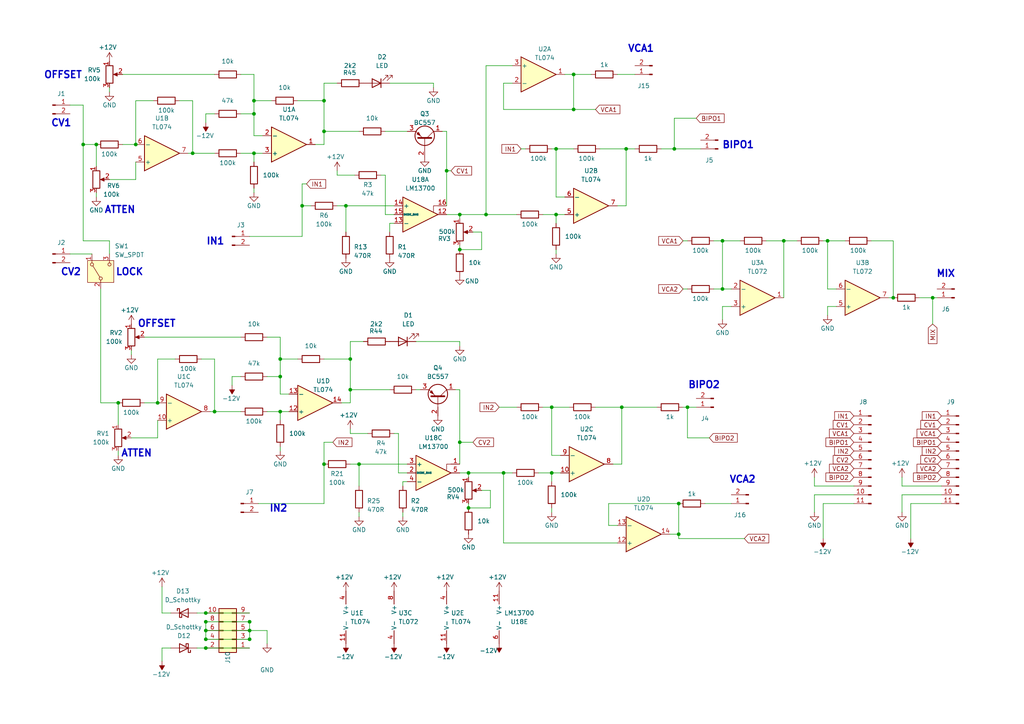
<source format=kicad_sch>
(kicad_sch (version 20250114) (generator "eeschema") (generator_version "9.0")
  (paper "A4")
  (lib_symbols
    (symbol "Amplifier_Operational:LM13700" (pin_names (offset 0.127))
      (property "Reference" "U" (at 3.81 5.08 0))
      (property "Value" "LM13700" (at 5.08 -5.08 0))
      (symbol "LM13700_1_1"
        (pin input line (at -7.62 2.54 0) (length 2.54) (name "-") (number "13"))
        (pin input line (at -7.62 0 0) (length 2.54) (name "DIODE_BIAS") (number "15"))
        (pin input line (at -7.62 -2.54 0) (length 2.54) (name "+") (number "14"))
        (pin output line (at 7.62 0 180) (length 2.54) (name "~") (number "12"))
        (pin input line (at 7.62 -2.54 180) (length 2.54) (name "~") (number "16"))
      )
      (symbol "LM13700_2_1"
        (text "V+" (at -2.54 3.81 0) (effects (font (size 1.27 1.27))))
        (pin input line (at -7.62 0 0) (length 3.81) (name "~") (number "10"))
        (pin output line (at 2.54 -2.54 180) (length 3.81) (name "~") (number "9"))
      )
      (symbol "LM13700_3_1"
        (pin input line (at -7.62 2.54 0) (length 2.54) (name "-") (number "4"))
        (pin input line (at -7.62 0 0) (length 2.54) (name "DIODE_BIAS") (number "2"))
        (pin input line (at -7.62 -2.54 0) (length 2.54) (name "+") (number "3"))
        (pin output line (at 7.62 0 180) (length 2.54) (name "~") (number "5"))
        (pin input line (at 7.62 -2.54 180) (length 2.54) (name "~") (number "1"))
      )
      (symbol "LM13700_4_0"
        (text "V+" (at -2.54 3.81 0) (effects (font (size 1.27 1.27))))
      )
      (symbol "LM13700_4_1"
        (pin input line (at -7.62 0 0) (length 3.81) (name "~") (number "7"))
        (pin output line (at 2.54 -2.54 180) (length 3.81) (name "~") (number "8"))
      )
      (symbol "LM13700_5_1"
        (pin power_in line (at -2.54 7.62 270) (length 3.81) (name "V+") (number "11"))
        (pin power_in line (at -2.54 -7.62 90) (length 3.81) (name "V-") (number "6"))
      )
    )
    (symbol "Amplifier_Operational:TL072" (pin_names (offset 0.127))
      (property "Reference" "U" (at 0 5.08 0))
      (property "Value" "TL072" (at 0 -5.08 0))
      (symbol "TL072_1_1"
        (pin input line (at -7.62 2.54 0) (length 2.54) (name "+") (number "3"))
        (pin input line (at -7.62 -2.54 0) (length 2.54) (name "-") (number "2"))
        (pin output line (at 7.62 0 180) (length 2.54) (name "~") (number "1"))
      )
      (symbol "TL072_2_1"
        (pin input line (at -7.62 2.54 0) (length 2.54) (name "+") (number "5"))
        (pin input line (at -7.62 -2.54 0) (length 2.54) (name "-") (number "6"))
        (pin output line (at 7.62 0 180) (length 2.54) (name "~") (number "7"))
      )
      (symbol "TL072_3_1"
        (pin power_in line (at -2.54 7.62 270) (length 3.81) (name "V+") (number "8"))
        (pin power_in line (at -2.54 -7.62 90) (length 3.81) (name "V-") (number "4"))
      )
    )
    (symbol "Amplifier_Operational:TL074" (pin_names (offset 0.127))
      (property "Reference" "U" (at 0 5.08 0))
      (property "Value" "TL074" (at 0 -5.08 0))
      (symbol "TL074_1_1"
        (pin input line (at -7.62 2.54 0) (length 2.54) (name "+") (number "3"))
        (pin input line (at -7.62 -2.54 0) (length 2.54) (name "-") (number "2"))
        (pin output line (at 7.62 0 180) (length 2.54) (name "~") (number "1"))
      )
      (symbol "TL074_2_1"
        (pin input line (at -7.62 2.54 0) (length 2.54) (name "+") (number "5"))
        (pin input line (at -7.62 -2.54 0) (length 2.54) (name "-") (number "6"))
        (pin output line (at 7.62 0 180) (length 2.54) (name "~") (number "7"))
      )
      (symbol "TL074_3_1"
        (pin input line (at -7.62 2.54 0) (length 2.54) (name "+") (number "10"))
        (pin input line (at -7.62 -2.54 0) (length 2.54) (name "-") (number "9"))
        (pin output line (at 7.62 0 180) (length 2.54) (name "~") (number "8"))
      )
      (symbol "TL074_4_1"
        (pin input line (at -7.62 2.54 0) (length 2.54) (name "+") (number "12"))
        (pin input line (at -7.62 -2.54 0) (length 2.54) (name "-") (number "13"))
        (pin output line (at 7.62 0 180) (length 2.54) (name "~") (number "14"))
      )
      (symbol "TL074_5_1"
        (pin power_in line (at -2.54 7.62 270) (length 3.81) (name "V+") (number "4"))
        (pin power_in line (at -2.54 -7.62 90) (length 3.81) (name "V-") (number "11"))
      )
    )
    (symbol "Connector:Conn_01x02_Pin" (pin_names (offset 1.016) (hide yes))
      (property "Reference" "J" (at 0 2.54 0))
      (property "Value" "Conn_01x02_Pin" (at 0 -5.08 0))
      (symbol "Conn_01x02_Pin_1_1"
        (pin passive line (at 5.08 0 180) (length 3.81) (name "Pin_1") (number "1"))
        (pin passive line (at 5.08 -2.54 180) (length 3.81) (name "Pin_2") (number "2"))
      )
    )
    (symbol "Connector:Conn_01x11_Pin" (pin_names (offset 1.016) (hide yes))
      (property "Reference" "J" (at 0 15.24 0))
      (property "Value" "Conn_01x11_Pin" (at 0 -15.24 0))
      (symbol "Conn_01x11_Pin_1_1"
        (pin passive line (at 5.08 12.7 180) (length 3.81) (name "Pin_1") (number "1"))
        (pin passive line (at 5.08 10.16 180) (length 3.81) (name "Pin_2") (number "2"))
        (pin passive line (at 5.08 7.62 180) (length 3.81) (name "Pin_3") (number "3"))
        (pin passive line (at 5.08 5.08 180) (length 3.81) (name "Pin_4") (number "4"))
        (pin passive line (at 5.08 2.54 180) (length 3.81) (name "Pin_5") (number "5"))
        (pin passive line (at 5.08 0 180) (length 3.81) (name "Pin_6") (number "6"))
        (pin passive line (at 5.08 -2.54 180) (length 3.81) (name "Pin_7") (number "7"))
        (pin passive line (at 5.08 -5.08 180) (length 3.81) (name "Pin_8") (number "8"))
        (pin passive line (at 5.08 -7.62 180) (length 3.81) (name "Pin_9") (number "9"))
        (pin passive line (at 5.08 -10.16 180) (length 3.81) (name "Pin_10") (number "10"))
        (pin passive line (at 5.08 -12.7 180) (length 3.81) (name "Pin_11") (number "11"))
      )
    )
    (symbol "Connector_Generic:Conn_02x05_Odd_Even" (pin_names (offset 1.016) (hide yes))
      (property "Reference" "J" (at 1.27 7.62 0))
      (property "Value" "Conn_02x05_Odd_Even" (at 1.27 -7.62 0))
      (symbol "Conn_02x05_Odd_Even_1_1"
        (pin passive line (at -5.08 5.08 0) (length 3.81) (name "Pin_1") (number "1"))
        (pin passive line (at -5.08 2.54 0) (length 3.81) (name "Pin_3") (number "3"))
        (pin passive line (at -5.08 0 0) (length 3.81) (name "Pin_5") (number "5"))
        (pin passive line (at -5.08 -2.54 0) (length 3.81) (name "Pin_7") (number "7"))
        (pin passive line (at -5.08 -5.08 0) (length 3.81) (name "Pin_9") (number "9"))
        (pin passive line (at 7.62 5.08 180) (length 3.81) (name "Pin_2") (number "2"))
        (pin passive line (at 7.62 2.54 180) (length 3.81) (name "Pin_4") (number "4"))
        (pin passive line (at 7.62 0 180) (length 3.81) (name "Pin_6") (number "6"))
        (pin passive line (at 7.62 -2.54 180) (length 3.81) (name "Pin_8") (number "8"))
        (pin passive line (at 7.62 -5.08 180) (length 3.81) (name "Pin_10") (number "10"))
      )
    )
    (symbol "Device:D_Schottky" (pin_numbers (hide yes)) (pin_names (offset 1.016) (hide yes))
      (property "Reference" "D" (at 0 2.54 0))
      (property "Value" "D_Schottky" (at 0 -2.54 0))
      (symbol "D_Schottky_1_1"
        (pin passive line (at -3.81 0 0) (length 2.54) (name "K") (number "1"))
        (pin passive line (at 3.81 0 180) (length 2.54) (name "A") (number "2"))
      )
    )
    (symbol "Device:LED" (pin_numbers (hide yes)) (pin_names (offset 1.016) (hide yes))
      (property "Reference" "D" (at 0 2.54 0))
      (property "Value" "LED" (at 0 -2.54 0))
      (symbol "LED_1_1"
        (pin passive line (at -3.81 0 0) (length 2.54) (name "K") (number "1"))
        (pin passive line (at 3.81 0 180) (length 2.54) (name "A") (number "2"))
      )
    )
    (symbol "Device:R" (pin_numbers (hide yes)) (pin_names (offset 0))
      (property "Reference" "R" (at 2.032 0 90))
      (property "Value" "R" (at 0 0 90))
      (symbol "R_1_1"
        (pin passive line (at 0 3.81 270) (length 1.27) (name "~") (number "1"))
        (pin passive line (at 0 -3.81 90) (length 1.27) (name "~") (number "2"))
      )
    )
    (symbol "Device:R_Potentiometer" (pin_names (offset 1.016) (hide yes))
      (property "Reference" "RV" (at -4.445 0 90))
      (property "Value" "R_Potentiometer" (at -2.54 0 90))
      (symbol "R_Potentiometer_1_1"
        (pin passive line (at 0 3.81 270) (length 1.27) (name "1") (number "1"))
        (pin passive line (at 0 -3.81 90) (length 1.27) (name "3") (number "3"))
        (pin passive line (at 3.81 0 180) (length 1.27) (name "2") (number "2"))
      )
    )
    (symbol "Switch:SW_SPDT" (pin_names (offset 0) (hide yes))
      (property "Reference" "SW" (at 0 5.08 0))
      (property "Value" "SW_SPDT" (at 0 -5.08 0))
      (symbol "SW_SPDT_1_1"
        (pin passive line (at -5.08 0 0) (length 2.54) (name "B") (number "2"))
        (pin passive line (at 5.08 2.54 180) (length 2.54) (name "A") (number "1"))
        (pin passive line (at 5.08 -2.54 180) (length 2.54) (name "C") (number "3"))
      )
    )
    (symbol "Transistor_BJT:BC557" (pin_names (offset 0) (hide yes))
      (property "Reference" "Q" (at 5.08 1.905 0))
      (property "Value" "BC557" (at 5.08 0 0))
      (symbol "BC557_1_1"
        (pin input line (at -5.08 0 0) (length 2.54) (name "B") (number "2"))
        (pin passive line (at 2.54 5.08 270) (length 2.54) (name "C") (number "1"))
        (pin passive line (at 2.54 -5.08 90) (length 2.54) (name "E") (number "3"))
      )
    )
    (symbol "power:+12V" (power) (pin_names (offset 0))
      (property "Value" "+12V" (at 0 3.556 0))
      (symbol "+12V_1_1"
        (pin power_in line (at 0 0 90) (length 0) (hide yes) (name "+12V") (number "1"))
      )
    )
    (symbol "power:-12V" (power) (pin_names (offset 0))
      (property "Value" "-12V" (at 0 3.81 0))
      (symbol "-12V_0_0"
        (pin power_in line (at 0 0 90) (length 0) (hide yes) (name "-12V") (number "1"))
      )
    )
    (symbol "power:GND" (power) (pin_names (offset 0))
      (property "Value" "GND" (at 0 -3.81 0))
      (symbol "GND_1_1"
        (pin power_in line (at 0 0 270) (length 0) (hide yes) (name "GND") (number "1"))
      )
    )
  )
  (text "BIPO2" (at 204.216 111.76 0) (effects (font (size 2 2) (thickness 0.4) (bold yes))))
  (text "CV1" (at 17.78 35.814 0) (effects (font (size 2 2) (thickness 0.4) (bold yes))))
  (text "OFFSET" (at 18.288 21.844 0) (effects (font (size 2 2) (thickness 0.4) (bold yes))))
  (text "VCA1" (at 185.928 14.224 0) (effects (font (size 2 2) (thickness 0.4) (bold yes))))
  (text "IN2" (at 80.772 147.574 0) (effects (font (size 2 2) (thickness 0.4) (bold yes))))
  (text "OFFSET" (at 45.466 93.98 0) (effects (font (size 2 2) (thickness 0.4) (bold yes))))
  (text "LOCK" (at 37.592 78.994 0) (effects (font (size 2 2) (thickness 0.4) (bold yes))))
  (text "IN1" (at 62.484 70.104 0) (effects (font (size 2 2) (thickness 0.4) (bold yes))))
  (text "ATTEN" (at 34.798 60.96 0) (effects (font (size 2 2) (thickness 0.4) (bold yes))))
  (text "VCA2" (at 215.392 139.192 0) (effects (font (size 2 2) (thickness 0.4) (bold yes))))
  (text "BIPO1" (at 214.122 42.164 0) (effects (font (size 2 2) (thickness 0.4) (bold yes))))
  (text "ATTEN" (at 39.624 131.572 0) (effects (font (size 2 2) (thickness 0.4) (bold yes))))
  (text "MIX\n" (at 274.32 79.502 0) (effects (font (size 2 2) (thickness 0.4) (bold yes))))
  (text "CV2" (at 20.574 78.994 0) (effects (font (size 2 2) (thickness 0.4) (bold yes))))
  (junction (at 135.89 137.16))
  (junction (at 195.58 43.18))
  (junction (at 24.13 41.91))
  (junction (at 240.03 69.85))
  (junction (at 199.39 118.11))
  (junction (at 72.39 182.88))
  (junction (at 161.29 43.18))
  (junction (at 129.54 49.53))
  (junction (at 34.29 116.84))
  (junction (at 55.88 44.45))
  (junction (at 196.85 154.94))
  (junction (at 59.69 185.42))
  (junction (at 104.14 134.62))
  (junction (at 62.23 119.38))
  (junction (at 227.33 69.85))
  (junction (at 59.69 182.88))
  (junction (at 209.55 69.85))
  (junction (at 73.66 33.02))
  (junction (at 81.28 119.38))
  (junction (at 101.6 104.14))
  (junction (at 133.35 128.27))
  (junction (at 81.28 109.22))
  (junction (at 81.28 104.14))
  (junction (at 133.35 72.39))
  (junction (at 181.61 43.18))
  (junction (at 73.66 44.45))
  (junction (at 93.98 38.1))
  (junction (at 59.69 180.34))
  (junction (at 27.94 41.91))
  (junction (at 160.02 118.11))
  (junction (at 259.08 86.36))
  (junction (at 87.63 59.69))
  (junction (at 270.51 86.36))
  (junction (at 45.72 116.84))
  (junction (at 93.98 134.62))
  (junction (at 72.39 185.42))
  (junction (at 59.69 177.8))
  (junction (at 160.02 137.16))
  (junction (at 135.89 147.32))
  (junction (at 59.69 187.96))
  (junction (at 140.97 62.23))
  (junction (at 180.34 118.11))
  (junction (at 101.6 113.03))
  (junction (at 146.05 137.16))
  (junction (at 166.37 31.75))
  (junction (at 166.37 21.59))
  (junction (at 93.98 29.21))
  (junction (at 100.33 59.69))
  (junction (at 73.66 29.21))
  (junction (at 39.37 41.91))
  (junction (at 72.39 180.34))
  (junction (at 209.55 83.82))
  (junction (at 133.35 62.23))
  (junction (at 196.85 146.05))
  (junction (at 161.29 62.23))
  (wire (pts (xy 24.13 69.85) (xy 31.75 69.85)))
  (wire (pts (xy 38.1 102.87) (xy 38.1 101.6)))
  (wire (pts (xy 180.34 134.62) (xy 177.8 134.62)))
  (wire (pts (xy 160.02 132.08) (xy 160.02 118.11)))
  (wire (pts (xy 142.24 147.32) (xy 135.89 147.32)))
  (wire (pts (xy 196.85 146.05) (xy 196.85 154.94)))
  (wire (pts (xy 31.75 52.07) (xy 39.37 52.07)))
  (wire (pts (xy 93.98 38.1) (xy 104.14 38.1)))
  (wire (pts (xy 67.31 109.22) (xy 69.85 109.22)))
  (wire (pts (xy 27.94 57.15) (xy 27.94 55.88)))
  (wire (pts (xy 137.16 67.31) (xy 139.7 67.31)))
  (wire (pts (xy 29.21 83.82) (xy 29.21 116.84)))
  (wire (pts (xy 39.37 29.21) (xy 44.45 29.21)))
  (wire (pts (xy 129.54 38.1) (xy 128.27 38.1)))
  (wire (pts (xy 35.56 41.91) (xy 39.37 41.91)))
  (wire (pts (xy 142.24 142.24) (xy 142.24 147.32)))
  (wire (pts (xy 45.72 127) (xy 45.72 121.92)))
  (wire (pts (xy 104.14 140.97) (xy 104.14 134.62)))
  (wire (pts (xy 52.07 29.21) (xy 55.88 29.21)))
  (wire (pts (xy 67.31 111.76) (xy 67.31 109.22)))
  (wire (pts (xy 140.97 19.05) (xy 148.59 19.05)))
  (wire (pts (xy 88.9 53.34) (xy 87.63 53.34)))
  (wire (pts (xy 86.36 29.21) (xy 93.98 29.21)))
  (wire (pts (xy 135.89 147.32) (xy 135.89 146.05)))
  (wire (pts (xy 166.37 31.75) (xy 166.37 21.59)))
  (wire (pts (xy 259.08 69.85) (xy 259.08 86.36)))
  (wire (pts (xy 240.03 69.85) (xy 245.11 69.85)))
  (wire (pts (xy 133.35 128.27) (xy 133.35 113.03)))
  (wire (pts (xy 130.81 49.53) (xy 129.54 49.53)))
  (wire (pts (xy 113.03 67.31) (xy 113.03 64.77)))
  (wire (pts (xy 77.47 119.38) (xy 81.28 119.38)))
  (wire (pts (xy 62.23 119.38) (xy 60.96 119.38)))
  (wire (pts (xy 196.85 156.21) (xy 196.85 154.94)))
  (wire (pts (xy 100.33 59.69) (xy 114.3 59.69)))
  (wire (pts (xy 73.66 39.37) (xy 73.66 33.02)))
  (wire (pts (xy 97.79 50.8) (xy 102.87 50.8)))
  (wire (pts (xy 198.12 69.85) (xy 199.39 69.85)))
  (wire (pts (xy 77.47 109.22) (xy 81.28 109.22)))
  (wire (pts (xy 73.66 33.02) (xy 73.66 29.21)))
  (wire (pts (xy 74.93 146.05) (xy 93.98 146.05)))
  (wire (pts (xy 116.84 139.7) (xy 118.11 139.7)))
  (wire (pts (xy 209.55 92.71) (xy 209.55 88.9)))
  (wire (pts (xy 93.98 38.1) (xy 93.98 41.91)))
  (wire (pts (xy 180.34 118.11) (xy 190.5 118.11)))
  (wire (pts (xy 49.53 187.96) (xy 46.99 187.96)))
  (wire (pts (xy 59.69 182.88) (xy 59.69 185.42)))
  (wire (pts (xy 247.65 143.51) (xy 236.22 143.51)))
  (wire (pts (xy 180.34 118.11) (xy 180.34 134.62)))
  (wire (pts (xy 59.69 177.8) (xy 72.39 177.8)))
  (wire (pts (xy 20.32 73.66) (xy 26.67 73.66)))
  (wire (pts (xy 172.72 118.11) (xy 180.34 118.11)))
  (wire (pts (xy 157.48 118.11) (xy 160.02 118.11)))
  (wire (pts (xy 101.6 104.14) (xy 101.6 99.06)))
  (wire (pts (xy 111.76 62.23) (xy 111.76 50.8)))
  (wire (pts (xy 264.16 156.21) (xy 264.16 146.05)))
  (wire (pts (xy 59.69 182.88) (xy 72.39 182.88)))
  (wire (pts (xy 135.89 137.16) (xy 146.05 137.16)))
  (wire (pts (xy 133.35 62.23) (xy 140.97 62.23)))
  (wire (pts (xy 101.6 134.62) (xy 104.14 134.62)))
  (wire (pts (xy 81.28 119.38) (xy 81.28 121.92)))
  (wire (pts (xy 207.01 69.85) (xy 209.55 69.85)))
  (wire (pts (xy 38.1 127) (xy 45.72 127)))
  (wire (pts (xy 55.88 29.21) (xy 55.88 44.45)))
  (wire (pts (xy 139.7 142.24) (xy 142.24 142.24)))
  (wire (pts (xy 261.62 140.97) (xy 273.05 140.97)))
  (wire (pts (xy 161.29 73.66) (xy 161.29 72.39)))
  (wire (pts (xy 62.23 119.38) (xy 69.85 119.38)))
  (wire (pts (xy 171.45 21.59) (xy 166.37 21.59)))
  (wire (pts (xy 114.3 62.23) (xy 111.76 62.23)))
  (wire (pts (xy 259.08 86.36) (xy 257.81 86.36)))
  (wire (pts (xy 209.55 69.85) (xy 214.63 69.85)))
  (wire (pts (xy 57.15 177.8) (xy 59.69 177.8)))
  (wire (pts (xy 242.57 83.82) (xy 240.03 83.82)))
  (wire (pts (xy 163.83 57.15) (xy 161.29 57.15)))
  (wire (pts (xy 87.63 53.34) (xy 87.63 59.69)))
  (wire (pts (xy 160.02 137.16) (xy 160.02 139.7)))
  (wire (pts (xy 166.37 21.59) (xy 163.83 21.59)))
  (wire (pts (xy 97.79 59.69) (xy 100.33 59.69)))
  (wire (pts (xy 133.35 134.62) (xy 133.35 128.27)))
  (wire (pts (xy 49.53 177.8) (xy 46.99 177.8)))
  (wire (pts (xy 137.16 128.27) (xy 133.35 128.27)))
  (wire (pts (xy 73.66 29.21) (xy 78.74 29.21)))
  (wire (pts (xy 116.84 140.97) (xy 116.84 139.7)))
  (wire (pts (xy 46.99 177.8) (xy 46.99 170.18)))
  (wire (pts (xy 73.66 55.88) (xy 73.66 54.61)))
  (wire (pts (xy 34.29 116.84) (xy 34.29 123.19)))
  (wire (pts (xy 121.92 113.03) (xy 120.65 113.03)))
  (wire (pts (xy 39.37 41.91) (xy 39.37 29.21)))
  (wire (pts (xy 41.91 97.79) (xy 69.85 97.79)))
  (wire (pts (xy 166.37 31.75) (xy 172.72 31.75)))
  (wire (pts (xy 81.28 109.22) (xy 81.28 104.14)))
  (wire (pts (xy 133.35 113.03) (xy 132.08 113.03)))
  (wire (pts (xy 161.29 62.23) (xy 161.29 64.77)))
  (wire (pts (xy 181.61 59.69) (xy 179.07 59.69)))
  (wire (pts (xy 184.15 43.18) (xy 181.61 43.18)))
  (wire (pts (xy 146.05 157.48) (xy 179.07 157.48)))
  (wire (pts (xy 87.63 59.69) (xy 90.17 59.69)))
  (wire (pts (xy 266.7 86.36) (xy 270.51 86.36)))
  (wire (pts (xy 135.89 138.43) (xy 135.89 137.16)))
  (wire (pts (xy 69.85 44.45) (xy 73.66 44.45)))
  (wire (pts (xy 101.6 124.46) (xy 101.6 125.73)))
  (wire (pts (xy 215.9 156.21) (xy 196.85 156.21)))
  (wire (pts (xy 58.42 104.14) (xy 62.23 104.14)))
  (wire (pts (xy 261.62 138.43) (xy 261.62 140.97)))
  (wire (pts (xy 195.58 34.29) (xy 201.93 34.29)))
  (wire (pts (xy 81.28 114.3) (xy 83.82 114.3)))
  (wire (pts (xy 59.69 35.56) (xy 59.69 33.02)))
  (wire (pts (xy 45.72 104.14) (xy 50.8 104.14)))
  (wire (pts (xy 115.57 125.73) (xy 114.3 125.73)))
  (wire (pts (xy 104.14 148.59) (xy 104.14 149.86)))
  (wire (pts (xy 236.22 143.51) (xy 236.22 148.59)))
  (wire (pts (xy 93.98 128.27) (xy 93.98 134.62)))
  (wire (pts (xy 207.01 83.82) (xy 209.55 83.82)))
  (wire (pts (xy 179.07 21.59) (xy 184.15 21.59)))
  (wire (pts (xy 161.29 62.23) (xy 163.83 62.23)))
  (wire (pts (xy 133.35 63.5) (xy 133.35 62.23)))
  (wire (pts (xy 93.98 24.13) (xy 97.79 24.13)))
  (wire (pts (xy 129.54 59.69) (xy 129.54 49.53)))
  (wire (pts (xy 133.35 100.33) (xy 133.35 99.06)))
  (wire (pts (xy 139.7 67.31) (xy 139.7 72.39)))
  (wire (pts (xy 261.62 143.51) (xy 261.62 148.59)))
  (wire (pts (xy 29.21 116.84) (xy 34.29 116.84)))
  (wire (pts (xy 156.21 137.16) (xy 160.02 137.16)))
  (wire (pts (xy 69.85 33.02) (xy 73.66 33.02)))
  (wire (pts (xy 173.99 43.18) (xy 181.61 43.18)))
  (wire (pts (xy 146.05 137.16) (xy 146.05 157.48)))
  (wire (pts (xy 81.28 119.38) (xy 83.82 119.38)))
  (wire (pts (xy 196.85 154.94) (xy 194.31 154.94)))
  (wire (pts (xy 97.79 49.53) (xy 97.79 50.8)))
  (wire (pts (xy 236.22 140.97) (xy 247.65 140.97)))
  (wire (pts (xy 160.02 118.11) (xy 165.1 118.11)))
  (wire (pts (xy 100.33 67.31) (xy 100.33 59.69)))
  (wire (pts (xy 77.47 182.88) (xy 72.39 182.88)))
  (wire (pts (xy 125.73 24.13) (xy 113.03 24.13)))
  (wire (pts (xy 24.13 41.91) (xy 27.94 41.91)))
  (wire (pts (xy 212.09 83.82) (xy 209.55 83.82)))
  (wire (pts (xy 199.39 118.11) (xy 201.93 118.11)))
  (wire (pts (xy 176.53 152.4) (xy 176.53 146.05)))
  (wire (pts (xy 222.25 69.85) (xy 227.33 69.85)))
  (wire (pts (xy 93.98 134.62) (xy 93.98 146.05)))
  (wire (pts (xy 236.22 138.43) (xy 236.22 140.97)))
  (wire (pts (xy 96.52 128.27) (xy 93.98 128.27)))
  (wire (pts (xy 69.85 21.59) (xy 73.66 21.59)))
  (wire (pts (xy 81.28 97.79) (xy 81.28 104.14)))
  (wire (pts (xy 135.89 137.16) (xy 133.35 137.16)))
  (wire (pts (xy 209.55 88.9) (xy 212.09 88.9)))
  (wire (pts (xy 39.37 52.07) (xy 39.37 46.99)))
  (wire (pts (xy 199.39 127) (xy 205.74 127)))
  (wire (pts (xy 264.16 146.05) (xy 273.05 146.05)))
  (wire (pts (xy 146.05 137.16) (xy 148.59 137.16)))
  (wire (pts (xy 179.07 152.4) (xy 176.53 152.4)))
  (wire (pts (xy 139.7 72.39) (xy 133.35 72.39)))
  (wire (pts (xy 140.97 19.05) (xy 140.97 62.23)))
  (wire (pts (xy 140.97 62.23) (xy 149.86 62.23)))
  (wire (pts (xy 125.73 25.4) (xy 125.73 24.13)))
  (wire (pts (xy 238.76 146.05) (xy 247.65 146.05)))
  (wire (pts (xy 62.23 104.14) (xy 62.23 119.38)))
  (wire (pts (xy 129.54 62.23) (xy 133.35 62.23)))
  (wire (pts (xy 116.84 148.59) (xy 116.84 149.86)))
  (wire (pts (xy 209.55 83.82) (xy 209.55 69.85)))
  (wire (pts (xy 55.88 44.45) (xy 62.23 44.45)))
  (wire (pts (xy 160.02 148.59) (xy 160.02 147.32)))
  (wire (pts (xy 93.98 41.91) (xy 91.44 41.91)))
  (wire (pts (xy 77.47 97.79) (xy 81.28 97.79)))
  (wire (pts (xy 198.12 83.82) (xy 199.39 83.82)))
  (wire (pts (xy 59.69 180.34) (xy 59.69 182.88)))
  (wire (pts (xy 133.35 99.06) (xy 120.65 99.06)))
  (wire (pts (xy 191.77 43.18) (xy 195.58 43.18)))
  (wire (pts (xy 144.78 118.11) (xy 149.86 118.11)))
  (wire (pts (xy 93.98 29.21) (xy 93.98 38.1)))
  (wire (pts (xy 72.39 68.58) (xy 87.63 68.58)))
  (wire (pts (xy 72.39 182.88) (xy 72.39 185.42)))
  (wire (pts (xy 77.47 186.69) (xy 77.47 182.88)))
  (wire (pts (xy 199.39 118.11) (xy 199.39 127)))
  (wire (pts (xy 101.6 113.03) (xy 113.03 113.03)))
  (wire (pts (xy 238.76 156.21) (xy 238.76 146.05)))
  (wire (pts (xy 72.39 180.34) (xy 59.69 180.34)))
  (wire (pts (xy 101.6 125.73) (xy 106.68 125.73)))
  (wire (pts (xy 111.76 50.8) (xy 110.49 50.8)))
  (wire (pts (xy 176.53 146.05) (xy 196.85 146.05)))
  (wire (pts (xy 41.91 116.84) (xy 45.72 116.84)))
  (wire (pts (xy 273.05 143.51) (xy 261.62 143.51)))
  (wire (pts (xy 181.61 43.18) (xy 181.61 59.69)))
  (wire (pts (xy 87.63 59.69) (xy 87.63 68.58)))
  (wire (pts (xy 146.05 24.13) (xy 146.05 31.75)))
  (wire (pts (xy 93.98 29.21) (xy 93.98 24.13)))
  (wire (pts (xy 148.59 24.13) (xy 146.05 24.13)))
  (wire (pts (xy 34.29 132.08) (xy 34.29 130.81)))
  (wire (pts (xy 118.11 38.1) (xy 111.76 38.1)))
  (wire (pts (xy 238.76 69.85) (xy 240.03 69.85)))
  (wire (pts (xy 115.57 137.16) (xy 115.57 125.73)))
  (wire (pts (xy 195.58 43.18) (xy 203.2 43.18)))
  (wire (pts (xy 129.54 49.53) (xy 129.54 38.1)))
  (wire (pts (xy 160.02 43.18) (xy 161.29 43.18)))
  (wire (pts (xy 73.66 44.45) (xy 73.66 46.99)))
  (wire (pts (xy 270.51 86.36) (xy 271.78 86.36)))
  (wire (pts (xy 195.58 43.18) (xy 195.58 34.29)))
  (wire (pts (xy 35.56 21.59) (xy 62.23 21.59)))
  (wire (pts (xy 57.15 187.96) (xy 59.69 187.96)))
  (wire (pts (xy 270.51 86.36) (xy 270.51 93.98)))
  (wire (pts (xy 81.28 114.3) (xy 81.28 109.22)))
  (wire (pts (xy 101.6 99.06) (xy 105.41 99.06)))
  (wire (pts (xy 240.03 91.44) (xy 240.03 88.9)))
  (wire (pts (xy 160.02 137.16) (xy 162.56 137.16)))
  (wire (pts (xy 101.6 116.84) (xy 99.06 116.84)))
  (wire (pts (xy 93.98 104.14) (xy 101.6 104.14)))
  (wire (pts (xy 101.6 113.03) (xy 101.6 116.84)))
  (wire (pts (xy 161.29 57.15) (xy 161.29 43.18)))
  (wire (pts (xy 133.35 72.39) (xy 133.35 71.12)))
  (wire (pts (xy 227.33 69.85) (xy 227.33 86.36)))
  (wire (pts (xy 252.73 69.85) (xy 259.08 69.85)))
  (wire (pts (xy 31.75 26.67) (xy 31.75 25.4)))
  (wire (pts (xy 24.13 41.91) (xy 24.13 30.48)))
  (wire (pts (xy 161.29 43.18) (xy 166.37 43.18)))
  (wire (pts (xy 227.33 69.85) (xy 231.14 69.85)))
  (wire (pts (xy 240.03 83.82) (xy 240.03 69.85)))
  (wire (pts (xy 73.66 39.37) (xy 76.2 39.37)))
  (wire (pts (xy 55.88 44.45) (xy 54.61 44.45)))
  (wire (pts (xy 27.94 41.91) (xy 27.94 48.26)))
  (wire (pts (xy 204.47 146.05) (xy 212.09 146.05)))
  (wire (pts (xy 101.6 104.14) (xy 101.6 113.03)))
  (wire (pts (xy 45.72 116.84) (xy 45.72 104.14)))
  (wire (pts (xy 31.75 69.85) (xy 31.75 73.66)))
  (wire (pts (xy 81.28 130.81) (xy 81.28 129.54)))
  (wire (pts (xy 104.14 134.62) (xy 118.11 134.62)))
  (wire (pts (xy 198.12 118.11) (xy 199.39 118.11)))
  (wire (pts (xy 72.39 180.34) (xy 72.39 182.88)))
  (wire (pts (xy 46.99 187.96) (xy 46.99 191.77)))
  (wire (pts (xy 73.66 44.45) (xy 76.2 44.45)))
  (wire (pts (xy 146.05 31.75) (xy 166.37 31.75)))
  (wire (pts (xy 24.13 30.48) (xy 20.32 30.48)))
  (wire (pts (xy 24.13 41.91) (xy 24.13 69.85)))
  (wire (pts (xy 157.48 62.23) (xy 161.29 62.23)))
  (wire (pts (xy 113.03 64.77) (xy 114.3 64.77)))
  (wire (pts (xy 240.03 88.9) (xy 242.57 88.9)))
  (wire (pts (xy 162.56 132.08) (xy 160.02 132.08)))
  (wire (pts (xy 81.28 104.14) (xy 86.36 104.14)))
  (wire (pts (xy 59.69 33.02) (xy 62.23 33.02)))
  (wire (pts (xy 59.69 187.96) (xy 72.39 187.96)))
  (wire (pts (xy 59.69 185.42) (xy 72.39 185.42)))
  (wire (pts (xy 73.66 21.59) (xy 73.66 29.21)))
  (wire (pts (xy 151.13 43.18) (xy 152.4 43.18)))
  (wire (pts (xy 118.11 137.16) (xy 115.57 137.16)))
  (global_label "IN1" (shape input) (at 151.13 43.18 180) (property "Intersheetrefs" "${INTERSHEET_REFS}" (effects (hide yes))))
  (global_label "CV2" (shape input) (at 273.05 133.35 180) (property "Intersheetrefs" "${INTERSHEET_REFS}" (effects (hide yes))))
  (global_label "CV2" (shape input) (at 137.16 128.27 0) (property "Intersheetrefs" "${INTERSHEET_REFS}" (effects (hide yes))))
  (global_label "VCA2" (shape input) (at 247.65 135.89 180) (property "Intersheetrefs" "${INTERSHEET_REFS}" (effects (hide yes))))
  (global_label "CV1" (shape input) (at 130.81 49.53 0) (property "Intersheetrefs" "${INTERSHEET_REFS}" (effects (hide yes))))
  (global_label "VCA1" (shape input) (at 172.72 31.75 0) (property "Intersheetrefs" "${INTERSHEET_REFS}" (effects (hide yes))))
  (global_label "IN2" (shape input) (at 273.05 130.81 180) (property "Intersheetrefs" "${INTERSHEET_REFS}" (effects (hide yes))))
  (global_label "VCA2" (shape input) (at 273.05 135.89 180) (property "Intersheetrefs" "${INTERSHEET_REFS}" (effects (hide yes))))
  (global_label "BIPO2" (shape input) (at 247.65 138.43 180) (property "Intersheetrefs" "${INTERSHEET_REFS}" (effects (hide yes))))
  (global_label "CV1" (shape input) (at 247.65 123.19 180) (property "Intersheetrefs" "${INTERSHEET_REFS}" (effects (hide yes))))
  (global_label "IN2" (shape input) (at 247.65 130.81 180) (property "Intersheetrefs" "${INTERSHEET_REFS}" (effects (hide yes))))
  (global_label "MIX" (shape input) (at 270.51 93.98 270) (property "Intersheetrefs" "${INTERSHEET_REFS}" (effects (hide yes))))
  (global_label "VCA1" (shape input) (at 198.12 69.85 180) (property "Intersheetrefs" "${INTERSHEET_REFS}" (effects (hide yes))))
  (global_label "VCA2" (shape input) (at 198.12 83.82 180) (property "Intersheetrefs" "${INTERSHEET_REFS}" (effects (hide yes))))
  (global_label "IN2" (shape input) (at 144.78 118.11 180) (property "Intersheetrefs" "${INTERSHEET_REFS}" (effects (hide yes))))
  (global_label "BIPO1" (shape input) (at 273.05 128.27 180) (property "Intersheetrefs" "${INTERSHEET_REFS}" (effects (hide yes))))
  (global_label "BIPO1" (shape input) (at 247.65 128.27 180) (property "Intersheetrefs" "${INTERSHEET_REFS}" (effects (hide yes))))
  (global_label "IN1" (shape input) (at 273.05 120.65 180) (property "Intersheetrefs" "${INTERSHEET_REFS}" (effects (hide yes))))
  (global_label "CV1" (shape input) (at 273.05 123.19 180) (property "Intersheetrefs" "${INTERSHEET_REFS}" (effects (hide yes))))
  (global_label "BIPO2" (shape input) (at 205.74 127 0) (property "Intersheetrefs" "${INTERSHEET_REFS}" (effects (hide yes))))
  (global_label "IN2" (shape input) (at 96.52 128.27 0) (property "Intersheetrefs" "${INTERSHEET_REFS}" (effects (hide yes))))
  (global_label "VCA2" (shape input) (at 215.9 156.21 0) (property "Intersheetrefs" "${INTERSHEET_REFS}" (effects (hide yes))))
  (global_label "IN1" (shape input) (at 88.9 53.34 0) (property "Intersheetrefs" "${INTERSHEET_REFS}" (effects (hide yes))))
  (global_label "IN1" (shape input) (at 247.65 120.65 180) (property "Intersheetrefs" "${INTERSHEET_REFS}" (effects (hide yes))))
  (global_label "BIPO2" (shape input) (at 273.05 138.43 180) (property "Intersheetrefs" "${INTERSHEET_REFS}" (effects (hide yes))))
  (global_label "BIPO1" (shape input) (at 201.93 34.29 0) (property "Intersheetrefs" "${INTERSHEET_REFS}" (effects (hide yes))))
  (global_label "VCA1" (shape input) (at 273.05 125.73 180) (property "Intersheetrefs" "${INTERSHEET_REFS}" (effects (hide yes))))
  (global_label "CV2" (shape input) (at 247.65 133.35 180) (property "Intersheetrefs" "${INTERSHEET_REFS}" (effects (hide yes))))
  (global_label "VCA1" (shape input) (at 247.65 125.73 180) (property "Intersheetrefs" "${INTERSHEET_REFS}" (effects (hide yes))))
  (symbol (lib_id "Device:R") (at 133.35 76.2 180) (unit 1)
    (property "Reference" "R5" (effects (hide yes)))
    (property "Value" "10k" (at 135.89 76.1999 0) (effects (justify right)))
    (property "Footprint" "Resistor_SMD:R_1206_3216Metric" (effects (hide yes)))
  )
  (symbol (lib_id "power:-12V") (at 59.69 35.56 180) (unit 1)
    (property "Reference" "#PWR07" (effects (hide yes)))
    (property "Value" "-12V" (at 59.436 39.37 0))
  )
  (symbol (lib_id "Device:R") (at 203.2 69.85 270) (unit 1)
    (property "Reference" "R27" (effects (hide yes)))
    (property "Value" "100k" (at 203.2 72.644 90))
    (property "Footprint" "Resistor_SMD:R_1206_3216Metric" (effects (hide yes)))
  )
  (symbol (lib_id "power:+12V") (at 31.75 17.78 0) (unit 1)
    (property "Reference" "#PWR010" (effects (hide yes)))
    (property "Value" "+12V" (at 31.242 13.716 0))
  )
  (symbol (lib_id "power:-12V") (at 67.31 111.76 180) (unit 1)
    (property "Reference" "#PWR014" (effects (hide yes)))
    (property "Value" "-12V" (at 67.056 115.57 0))
  )
  (symbol (lib_id "power:GND") (at 31.75 26.67 0) (unit 1)
    (property "Reference" "#PWR08" (effects (hide yes)))
    (property "Value" "GND" (at 31.75 30.48 0))
  )
  (symbol (lib_id "power:-12V") (at 129.54 186.69 180) (unit 1)
    (property "Reference" "#PWR029" (effects (hide yes)))
    (property "Value" "-12V" (at 129.286 190.5 0))
  )
  (symbol (lib_id "Device:R") (at 153.67 118.11 270) (unit 1)
    (property "Reference" "R34" (effects (hide yes)))
    (property "Value" "100k" (at 153.67 120.904 90))
    (property "Footprint" "Resistor_SMD:R_1206_3216Metric" (effects (hide yes)))
  )
  (symbol (lib_id "Device:R") (at 81.28 125.73 180) (unit 1)
    (property "Reference" "R24" (effects (hide yes)))
    (property "Value" "100k" (at 83.82 125.7299 0) (effects (justify right)))
    (property "Footprint" "Resistor_SMD:R_1206_3216Metric" (effects (hide yes)))
  )
  (symbol (lib_id "power:+12V") (at 114.3 171.45 0) (unit 1)
    (property "Reference" "#PWR019" (effects (hide yes)))
    (property "Value" "+12V" (at 113.792 167.386 0))
  )
  (symbol (lib_id "Device:R") (at 97.79 134.62 270) (unit 1)
    (property "Reference" "R21" (at 97.79 137.414 90))
    (property "Value" "100k" (at 97.79 139.954 90))
    (property "Footprint" "Resistor_SMD:R_1206_3216Metric" (effects (hide yes)))
  )
  (symbol (lib_id "Switch:SW_SPDT") (at 29.21 78.74 90) (unit 1)
    (property "Reference" "SW1" (at 33.274 71.374 90) (effects (justify right)))
    (property "Value" "SW_SPDT" (at 33.274 73.914 90) (effects (justify right)))
    (property "Footprint" "Library:Switch" (effects (hide yes)))
    (property "Description" "Switch, single pole double throw" (effects (hide yes)))
  )
  (symbol (lib_id "Device:LED") (at 116.84 99.06 180) (unit 1)
    (property "Reference" "D1" (at 118.4275 91.44 0))
    (property "Value" "LED" (at 118.4275 93.98 0))
    (property "Footprint" "LED_THT:LED_D3.0mm" (effects (hide yes)))
    (property "Description" "Light emitting diode" (effects (hide yes)))
    (property "Sim.Pins" "1=K 2=A" (effects (hide yes)))
  )
  (symbol (lib_id "Connector:Conn_01x11_Pin") (at 278.13 133.35 0) (mirror y) (unit 1)
    (property "Reference" "J9" (at 274.574 116.586 0) (effects (justify right)))
    (property "Value" "Conn_01x11_Pin" (effects (hide yes)))
    (property "Footprint" "Connector_PinHeader_2.54mm:PinHeader_1x11_P2.54mm_Vertical" (effects (hide yes)))
    (property "Description" "Generic connector, single row, 01x11, script generated" (effects (hide yes)))
  )
  (symbol (lib_id "Device:R") (at 156.21 43.18 270) (unit 1)
    (property "Reference" "R17" (effects (hide yes)))
    (property "Value" "100k" (at 156.21 45.974 90))
    (property "Footprint" "Resistor_SMD:R_1206_3216Metric" (effects (hide yes)))
  )
  (symbol (lib_id "Device:R") (at 218.44 69.85 270) (unit 1)
    (property "Reference" "R29" (effects (hide yes)))
    (property "Value" "100k" (at 218.44 72.644 90))
    (property "Footprint" "Resistor_SMD:R_1206_3216Metric" (effects (hide yes)))
  )
  (symbol (lib_id "power:-12V") (at 238.76 156.21 180) (unit 1)
    (property "Reference" "#PWR032" (effects (hide yes)))
    (property "Value" "-12V" (at 238.506 160.02 0))
  )
  (symbol (lib_id "Device:R") (at 262.89 86.36 270) (unit 1)
    (property "Reference" "R37" (effects (hide yes)))
    (property "Value" "1k" (at 262.89 89.154 90))
    (property "Footprint" "Resistor_SMD:R_1206_3216Metric" (effects (hide yes)))
  )
  (symbol (lib_id "Connector:Conn_01x02_Pin") (at 189.23 21.59 180) (unit 1)
    (property "Reference" "J15" (at 186.69 24.892 0))
    (property "Value" "Conn_01x02_Pin" (effects (hide yes)))
    (property "Footprint" "Library:3mm5 Mono Aux" (effects (hide yes)))
    (property "Description" "Generic connector, single row, 01x02, script generated" (effects (hide yes)))
  )
  (symbol (lib_id "Device:R") (at 161.29 68.58 180) (unit 1)
    (property "Reference" "R39" (effects (hide yes)))
    (property "Value" "100k" (at 163.83 68.5799 0) (effects (justify right)))
    (property "Footprint" "Resistor_SMD:R_1206_3216Metric" (effects (hide yes)))
  )
  (symbol (lib_id "Device:R") (at 113.03 71.12 0) (unit 1)
    (property "Reference" "R1" (at 115.316 71.628 0) (effects (justify left)))
    (property "Value" "470R" (at 115.316 74.168 0) (effects (justify left)))
    (property "Footprint" "Resistor_SMD:R_1206_3216Metric" (effects (hide yes)))
  )
  (symbol (lib_id "Device:R_Potentiometer") (at 135.89 142.24 0) (unit 1)
    (property "Reference" "RV4" (at 129.54 144.1451 0) (effects (justify left)))
    (property "Value" "500k" (at 129.794 142.113 0) (effects (justify left)))
    (property "Footprint" "Potentiometer_THT:Potentiometer_ACP_CA9-H5_Horizontal" (effects (hide yes)))
    (property "Description" "Potentiometer" (effects (hide yes)))
  )
  (symbol (lib_id "power:-12V") (at 100.33 186.69 180) (unit 1)
    (property "Reference" "#PWR021" (effects (hide yes)))
    (property "Value" "-12V" (at 100.076 190.5 0))
  )
  (symbol (lib_id "Device:R") (at 31.75 41.91 270) (unit 1)
    (property "Reference" "R15" (effects (hide yes)))
    (property "Value" "100k" (at 31.75 44.704 90))
    (property "Footprint" "Resistor_SMD:R_1206_3216Metric" (effects (hide yes)))
  )
  (symbol (lib_id "Amplifier_Operational:TL072") (at 219.71 86.36 0) (mirror x) (unit 1)
    (property "Reference" "U3" (at 219.71 76.2 0))
    (property "Value" "TL072" (at 219.71 78.74 0))
    (property "Footprint" "Package_SO:SOIC-8_3.9x4.9mm_P1.27mm" (effects (hide yes)))
    (property "Datasheet" "http://www.ti.com/lit/ds/symlink/tl071.pdf" (effects (hide yes)))
    (property "Description" "Dual Low-Noise JFET-Input Operational Amplifiers, DIP-8/SOIC-8" (effects (hide yes)))
  )
  (symbol (lib_id "power:GND") (at 38.1 102.87 0) (unit 1)
    (property "Reference" "#PWR013" (effects (hide yes)))
    (property "Value" "GND" (at 38.1 106.68 0))
  )
  (symbol (lib_id "Transistor_BJT:BC557") (at 127 115.57 270) (mirror x) (unit 1)
    (property "Reference" "Q4" (at 127 106.68 90))
    (property "Value" "BC557" (at 127 109.22 90))
    (property "Footprint" "Package_TO_SOT_THT:TO-92L_Inline_Wide" (effects (hide yes)))
    (property "Datasheet" "https://www.onsemi.com/pub/Collateral/BC556BTA-D.pdf" (effects (hide yes)))
    (property "Description" "0.1A Ic, 45V Vce, PNP Small Signal Transistor, TO-92" (effects (hide yes)))
  )
  (symbol (lib_id "Amplifier_Operational:TL074") (at 97.79 179.07 0) (mirror y) (unit 5)
    (property "Reference" "U1" (at 101.6 177.7999 0) (effects (justify right)))
    (property "Value" "TL074" (at 101.6 180.3399 0) (effects (justify right)))
    (property "Footprint" "Package_SO:SOIC-14_3.9x8.7mm_P1.27mm" (effects (hide yes)))
    (property "Datasheet" "http://www.ti.com/lit/ds/symlink/tl071.pdf" (effects (hide yes)))
    (property "Description" "Quad Low-Noise JFET-Input Operational Amplifiers, DIP-14/SOIC-14" (effects (hide yes)))
  )
  (symbol (lib_id "Device:R_Potentiometer") (at 31.75 21.59 0) (unit 1)
    (property "Reference" "RV5" (at 29.21 20.3199 0) (effects (justify right)))
    (property "Value" "100k" (at 29.21 22.8599 0) (effects (justify right)))
    (property "Footprint" "Library:AlpsPot_NoMountPins" (effects (hide yes)))
    (property "Description" "Potentiometer" (effects (hide yes)))
  )
  (symbol (lib_id "Amplifier_Operational:TL074") (at 46.99 44.45 0) (mirror x) (unit 2)
    (property "Reference" "U1" (at 46.99 34.29 0))
    (property "Value" "TL074" (at 46.99 36.83 0))
    (property "Footprint" "Package_SO:SOIC-14_3.9x8.7mm_P1.27mm" (effects (hide yes)))
    (property "Datasheet" "http://www.ti.com/lit/ds/symlink/tl071.pdf" (effects (hide yes)))
    (property "Description" "Quad Low-Noise JFET-Input Operational Amplifiers, DIP-14/SOIC-14" (effects (hide yes)))
  )
  (symbol (lib_id "power:+12V") (at 101.6 124.46 0) (unit 1)
    (property "Reference" "#PWR05" (effects (hide yes)))
    (property "Value" "+12V" (at 101.092 120.396 0))
  )
  (symbol (lib_id "power:GND") (at 113.03 74.93 0) (unit 1)
    (property "Reference" "#PWR01" (effects (hide yes)))
    (property "Value" "GND" (at 113.03 78.74 0))
  )
  (symbol (lib_id "Amplifier_Operational:TL074") (at 53.34 119.38 0) (mirror x) (unit 3)
    (property "Reference" "U1" (at 53.34 109.22 0))
    (property "Value" "TL074" (at 53.34 111.76 0))
    (property "Footprint" "Package_SO:SOIC-14_3.9x8.7mm_P1.27mm" (effects (hide yes)))
    (property "Datasheet" "http://www.ti.com/lit/ds/symlink/tl071.pdf" (effects (hide yes)))
    (property "Description" "Quad Low-Noise JFET-Input Operational Amplifiers, DIP-14/SOIC-14" (effects (hide yes)))
  )
  (symbol (lib_id "power:GND") (at 116.84 149.86 0) (unit 1)
    (property "Reference" "#PWR03" (effects (hide yes)))
    (property "Value" "GND" (at 116.84 153.67 0))
  )
  (symbol (lib_id "power:GND") (at 81.28 130.81 0) (unit 1)
    (property "Reference" "#PWR015" (effects (hide yes)))
    (property "Value" "GND" (at 81.28 134.62 0))
  )
  (symbol (lib_id "Device:R") (at 153.67 62.23 90) (mirror x) (unit 1)
    (property "Reference" "R38" (effects (hide yes)))
    (property "Value" "100k" (at 153.67 65.024 90))
    (property "Footprint" "Resistor_SMD:R_1206_3216Metric" (effects (hide yes)))
  )
  (symbol (lib_id "power:-12V") (at 114.3 186.69 180) (unit 1)
    (property "Reference" "#PWR028" (effects (hide yes)))
    (property "Value" "-12V" (at 114.046 190.5 0))
  )
  (symbol (lib_id "power:-12V") (at 144.78 186.69 180) (unit 1)
    (property "Reference" "#PWR035" (effects (hide yes)))
    (property "Value" "-12V" (at 141.732 188.722 0))
  )
  (symbol (lib_id "Amplifier_Operational:TL074") (at 171.45 59.69 0) (mirror x) (unit 2)
    (property "Reference" "U2" (at 171.45 49.53 0))
    (property "Value" "TL074" (at 171.45 52.07 0))
    (property "Footprint" "Package_SO:SOIC-14_3.9x8.7mm_P1.27mm" (effects (hide yes)))
    (property "Datasheet" "http://www.ti.com/lit/ds/symlink/tl071.pdf" (effects (hide yes)))
    (property "Description" "Quad Low-Noise JFET-Input Operational Amplifiers, DIP-14/SOIC-14" (effects (hide yes)))
  )
  (symbol (lib_id "power:GND") (at 161.29 73.66 0) (unit 1)
    (property "Reference" "#PWR030" (effects (hide yes)))
    (property "Value" "GND" (at 161.29 77.47 0))
  )
  (symbol (lib_id "power:-12V") (at 46.99 191.77 180) (unit 1)
    (property "Reference" "#PWR070" (effects (hide yes)))
    (property "Value" "-12V" (at 46.736 195.58 0))
  )
  (symbol (lib_id "power:-12V") (at 264.16 156.21 180) (unit 1)
    (property "Reference" "#PWR033" (effects (hide yes)))
    (property "Value" "-12V" (at 263.906 160.02 0))
  )
  (symbol (lib_id "Device:R_Potentiometer") (at 27.94 52.07 0) (unit 1)
    (property "Reference" "RV6" (at 34.798 53.848 0) (effects (justify right)))
    (property "Value" "100k" (at 34.798 56.388 0) (effects (justify right)))
    (property "Footprint" "Library:AlpsPot_NoMountPins" (effects (hide yes)))
    (property "Description" "Potentiometer" (effects (hide yes)))
  )
  (symbol (lib_id "Device:R") (at 38.1 116.84 270) (unit 1)
    (property "Reference" "R18" (effects (hide yes)))
    (property "Value" "100k" (at 38.1 119.634 90))
    (property "Footprint" "Resistor_SMD:R_1206_3216Metric" (effects (hide yes)))
  )
  (symbol (lib_id "power:GND") (at 135.89 154.94 0) (unit 1)
    (property "Reference" "#PWR02" (effects (hide yes)))
    (property "Value" "GND" (at 135.89 158.75 0))
  )
  (symbol (lib_id "Connector:Conn_01x02_Pin") (at 67.31 68.58 0) (unit 1)
    (property "Reference" "J3" (at 69.85 65.278 0))
    (property "Value" "Conn_01x02_Pin" (effects (hide yes)))
    (property "Footprint" "Library:3mm5 Mono Aux" (effects (hide yes)))
    (property "Description" "Generic connector, single row, 01x02, script generated" (effects (hide yes)))
  )
  (symbol (lib_id "power:GND") (at 104.14 149.86 0) (unit 1)
    (property "Reference" "#PWR058" (effects (hide yes)))
    (property "Value" "GND" (at 104.14 153.67 0))
  )
  (symbol (lib_id "Device:R") (at 187.96 43.18 270) (unit 1)
    (property "Reference" "R36" (effects (hide yes)))
    (property "Value" "1k" (at 187.96 45.974 90))
    (property "Footprint" "Resistor_SMD:R_1206_3216Metric" (effects (hide yes)))
  )
  (symbol (lib_id "Device:R") (at 106.68 50.8 270) (unit 1)
    (property "Reference" "R3" (at 106.68 53.594 90))
    (property "Value" "47k" (at 106.68 56.134 90))
    (property "Footprint" "Resistor_SMD:R_1206_3216Metric" (effects (hide yes)))
  )
  (symbol (lib_id "Device:R") (at 104.14 144.78 0) (unit 1)
    (property "Reference" "R25" (at 106.426 145.288 0) (effects (justify left)))
    (property "Value" "470R" (at 106.426 147.828 0) (effects (justify left)))
    (property "Footprint" "Resistor_SMD:R_1206_3216Metric" (effects (hide yes)))
  )
  (symbol (lib_id "Connector:Conn_01x11_Pin") (at 252.73 133.35 0) (mirror y) (unit 1)
    (property "Reference" "J8" (at 249.174 116.586 0) (effects (justify right)))
    (property "Value" "Conn_01x11_Pin" (effects (hide yes)))
    (property "Footprint" "Connector_PinHeader_2.54mm:PinHeader_1x11_P2.54mm_Vertical" (effects (hide yes)))
    (property "Description" "Generic connector, single row, 01x11, script generated" (effects (hide yes)))
  )
  (symbol (lib_id "Device:R") (at 168.91 118.11 270) (unit 1)
    (property "Reference" "R35" (effects (hide yes)))
    (property "Value" "100k" (at 168.91 120.904 90))
    (property "Footprint" "Resistor_SMD:R_1206_3216Metric" (effects (hide yes)))
  )
  (symbol (lib_id "Device:R") (at 73.66 109.22 270) (unit 1)
    (property "Reference" "R22" (effects (hide yes)))
    (property "Value" "47k" (at 73.66 105.41 90))
    (property "Footprint" "Resistor_SMD:R_1206_3216Metric" (effects (hide yes)))
  )
  (symbol (lib_id "power:GND") (at 236.22 148.59 0) (unit 1)
    (property "Reference" "#PWR025" (effects (hide yes)))
    (property "Value" "GND" (at 236.22 152.4 0))
  )
  (symbol (lib_id "Amplifier_Operational:TL072") (at 111.76 179.07 0) (mirror y) (unit 3)
    (property "Reference" "U3" (at 115.57 177.7999 0) (effects (justify right)))
    (property "Value" "TL072" (at 115.57 180.3399 0) (effects (justify right)))
    (property "Footprint" "Package_SO:SOIC-8_3.9x4.9mm_P1.27mm" (effects (hide yes)))
    (property "Datasheet" "http://www.ti.com/lit/ds/symlink/tl071.pdf" (effects (hide yes)))
    (property "Description" "Dual Low-Noise JFET-Input Operational Amplifiers, DIP-8/SOIC-8" (effects (hide yes)))
  )
  (symbol (lib_id "Connector:Conn_01x02_Pin") (at 217.17 146.05 180) (unit 1)
    (property "Reference" "J16" (at 214.63 149.352 0))
    (property "Value" "Conn_01x02_Pin" (effects (hide yes)))
    (property "Footprint" "Library:3mm5 Mono Aux" (effects (hide yes)))
    (property "Description" "Generic connector, single row, 01x02, script generated" (effects (hide yes)))
  )
  (symbol (lib_id "Device:R") (at 170.18 43.18 270) (unit 1)
    (property "Reference" "R16" (effects (hide yes)))
    (property "Value" "100k" (at 170.18 45.974 90))
    (property "Footprint" "Resistor_SMD:R_1206_3216Metric" (effects (hide yes)))
  )
  (symbol (lib_id "Device:R") (at 100.33 71.12 0) (unit 1)
    (property "Reference" "R13" (at 102.616 71.628 0) (effects (justify left)))
    (property "Value" "470R" (at 102.616 74.168 0) (effects (justify left)))
    (property "Footprint" "Resistor_SMD:R_1206_3216Metric" (effects (hide yes)))
  )
  (symbol (lib_id "Amplifier_Operational:TL074") (at 156.21 21.59 0) (unit 1)
    (property "Reference" "U2" (at 157.988 14.224 0))
    (property "Value" "TL074" (at 157.988 16.764 0))
    (property "Footprint" "Package_SO:SOIC-14_3.9x8.7mm_P1.27mm" (effects (hide yes)))
    (property "Datasheet" "http://www.ti.com/lit/ds/symlink/tl071.pdf" (effects (hide yes)))
    (property "Description" "Quad Low-Noise JFET-Input Operational Amplifiers, DIP-14/SOIC-14" (effects (hide yes)))
  )
  (symbol (lib_id "Amplifier_Operational:TL074") (at 186.69 154.94 0) (mirror x) (unit 4)
    (property "Reference" "U2" (at 186.69 144.78 0))
    (property "Value" "TL074" (at 186.69 147.32 0))
    (property "Footprint" "Package_SO:SOIC-14_3.9x8.7mm_P1.27mm" (effects (hide yes)))
    (property "Datasheet" "http://www.ti.com/lit/ds/symlink/tl071.pdf" (effects (hide yes)))
    (property "Description" "Quad Low-Noise JFET-Input Operational Amplifiers, DIP-14/SOIC-14" (effects (hide yes)))
  )
  (symbol (lib_id "Device:R") (at 66.04 21.59 270) (unit 1)
    (property "Reference" "R12" (effects (hide yes)))
    (property "Value" "10k" (at 66.04 17.78 90))
    (property "Footprint" "Resistor_SMD:R_1206_3216Metric" (effects (hide yes)))
  )
  (symbol (lib_id "power:+12V") (at 100.33 171.45 0) (unit 1)
    (property "Reference" "#PWR018" (effects (hide yes)))
    (property "Value" "+12V" (at 99.822 167.386 0))
  )
  (symbol (lib_id "Device:R") (at 110.49 125.73 270) (unit 1)
    (property "Reference" "R4" (at 110.49 128.524 90))
    (property "Value" "47k" (at 110.49 131.064 90))
    (property "Footprint" "Resistor_SMD:R_1206_3216Metric" (effects (hide yes)))
  )
  (symbol (lib_id "power:GND") (at 160.02 148.59 0) (unit 1)
    (property "Reference" "#PWR031" (effects (hide yes)))
    (property "Value" "GND" (at 160.02 152.4 0))
  )
  (symbol (lib_id "power:GND") (at 125.73 25.4 0) (unit 1)
    (property "Reference" "#PWR037" (effects (hide yes)))
    (property "Value" "GND" (at 125.73 29.21 0))
  )
  (symbol (lib_id "Device:R") (at 160.02 143.51 180) (unit 1)
    (property "Reference" "R42" (effects (hide yes)))
    (property "Value" "100k" (at 162.56 143.5099 0) (effects (justify right)))
    (property "Footprint" "Resistor_SMD:R_1206_3216Metric" (effects (hide yes)))
  )
  (symbol (lib_id "power:GND") (at 133.35 100.33 0) (unit 1)
    (property "Reference" "#PWR036" (effects (hide yes)))
    (property "Value" "GND" (at 133.35 104.14 0))
  )
  (symbol (lib_id "power:+12V") (at 261.62 138.43 0) (unit 1)
    (property "Reference" "#PWR026" (effects (hide yes)))
    (property "Value" "+12V" (at 261.112 134.366 0))
  )
  (symbol (lib_id "Device:R") (at 54.61 104.14 270) (unit 1)
    (property "Reference" "R19" (effects (hide yes)))
    (property "Value" "100k" (at 54.61 106.934 90))
    (property "Footprint" "Resistor_SMD:R_1206_3216Metric" (effects (hide yes)))
  )
  (symbol (lib_id "power:GND") (at 123.19 45.72 0) (unit 1)
    (property "Reference" "#PWR023" (effects (hide yes)))
    (property "Value" "GND" (at 123.19 49.53 0))
  )
  (symbol (lib_id "Device:R") (at 203.2 83.82 270) (unit 1)
    (property "Reference" "R32" (effects (hide yes)))
    (property "Value" "100k" (at 203.2 86.614 90))
    (property "Footprint" "Resistor_SMD:R_1206_3216Metric" (effects (hide yes)))
  )
  (symbol (lib_id "Amplifier_Operational:TL074") (at 91.44 116.84 0) (mirror x) (unit 4)
    (property "Reference" "U1" (at 93.726 110.49 0))
    (property "Value" "TL074" (at 93.726 113.03 0))
    (property "Footprint" "Package_SO:SOIC-14_3.9x8.7mm_P1.27mm" (effects (hide yes)))
    (property "Datasheet" "http://www.ti.com/lit/ds/symlink/tl071.pdf" (effects (hide yes)))
    (property "Description" "Quad Low-Noise JFET-Input Operational Amplifiers, DIP-14/SOIC-14" (effects (hide yes)))
  )
  (symbol (lib_id "power:GND") (at 27.94 57.15 0) (unit 1)
    (property "Reference" "#PWR09" (effects (hide yes)))
    (property "Value" "GND" (at 27.94 60.96 0))
  )
  (symbol (lib_id "Device:R") (at 82.55 29.21 270) (unit 1)
    (property "Reference" "R11" (effects (hide yes)))
    (property "Value" "10k" (at 82.55 25.4 90))
    (property "Footprint" "Resistor_SMD:R_1206_3216Metric" (effects (hide yes)))
  )
  (symbol (lib_id "Connector:Conn_01x02_Pin") (at 15.24 73.66 0) (unit 1)
    (property "Reference" "J2" (at 17.78 70.358 0))
    (property "Value" "Conn_01x02_Pin" (effects (hide yes)))
    (property "Footprint" "Library:3mm5 Mono Aux" (effects (hide yes)))
    (property "Description" "Generic connector, single row, 01x02, script generated" (effects (hide yes)))
  )
  (symbol (lib_id "Device:R") (at 66.04 33.02 270) (unit 1)
    (property "Reference" "R10" (effects (hide yes)))
    (property "Value" "47k" (at 66.04 29.21 90))
    (property "Footprint" "Resistor_SMD:R_1206_3216Metric" (effects (hide yes)))
  )
  (symbol (lib_id "Device:R") (at 116.84 144.78 0) (unit 1)
    (property "Reference" "R2" (at 119.126 145.288 0) (effects (justify left)))
    (property "Value" "470R" (at 119.126 147.828 0) (effects (justify left)))
    (property "Footprint" "Resistor_SMD:R_1206_3216Metric" (effects (hide yes)))
  )
  (symbol (lib_id "Connector:Conn_01x02_Pin") (at 208.28 43.18 180) (unit 1)
    (property "Reference" "J5" (at 205.74 46.482 0))
    (property "Value" "Conn_01x02_Pin" (effects (hide yes)))
    (property "Footprint" "Library:3mm5 Mono Aux" (effects (hide yes)))
    (property "Description" "Generic connector, single row, 01x02, script generated" (effects (hide yes)))
  )
  (symbol (lib_id "Device:R") (at 135.89 151.13 180) (unit 1)
    (property "Reference" "R7" (effects (hide yes)))
    (property "Value" "10k" (at 138.43 151.1299 0) (effects (justify right)))
    (property "Footprint" "Resistor_SMD:R_1206_3216Metric" (effects (hide yes)))
  )
  (symbol (lib_id "Amplifier_Operational:LM13700") (at 121.92 62.23 0) (mirror x) (unit 1)
    (property "Reference" "U18" (at 121.92 52.07 0))
    (property "Value" "LM13700" (at 121.92 54.61 0))
    (property "Footprint" "Package_SO:SOIC-16_3.9x9.9mm_P1.27mm" (effects (hide yes)))
    (property "Datasheet" "http://www.ti.com/lit/ds/symlink/lm13700.pdf" (effects (hide yes)))
    (property "Description" "Dual Operational Transconductance Amplifiers with Linearizing Diodes and Buffers, DIP-16/SOIC-16" (effects (hide yes)))
  )
  (symbol (lib_id "power:GND") (at 209.55 92.71 0) (unit 1)
    (property "Reference" "#PWR016" (effects (hide yes)))
    (property "Value" "GND" (at 209.55 96.52 0))
  )
  (symbol (lib_id "Device:R") (at 175.26 21.59 90) (unit 1)
    (property "Reference" "R40" (effects (hide yes)))
    (property "Value" "1k" (at 175.26 18.796 90))
    (property "Footprint" "Resistor_SMD:R_1206_3216Metric" (effects (hide yes)))
  )
  (symbol (lib_id "Amplifier_Operational:TL074") (at 83.82 41.91 0) (mirror x) (unit 1)
    (property "Reference" "U1" (at 83.82 31.75 0))
    (property "Value" "TL074" (at 83.82 34.29 0))
    (property "Footprint" "Package_SO:SOIC-14_3.9x8.7mm_P1.27mm" (effects (hide yes)))
    (property "Datasheet" "http://www.ti.com/lit/ds/symlink/tl071.pdf" (effects (hide yes)))
    (property "Description" "Quad Low-Noise JFET-Input Operational Amplifiers, DIP-14/SOIC-14" (effects (hide yes)))
  )
  (symbol (lib_id "Device:R") (at 48.26 29.21 270) (unit 1)
    (property "Reference" "R14" (effects (hide yes)))
    (property "Value" "100k" (at 48.26 32.004 90))
    (property "Footprint" "Resistor_SMD:R_1206_3216Metric" (effects (hide yes)))
  )
  (symbol (lib_id "Device:R_Potentiometer") (at 133.35 67.31 0) (unit 1)
    (property "Reference" "RV3" (at 127 69.2151 0) (effects (justify left)))
    (property "Value" "500k" (at 127.254 67.183 0) (effects (justify left)))
    (property "Footprint" "Potentiometer_THT:Potentiometer_ACP_CA9-H5_Horizontal" (effects (hide yes)))
    (property "Description" "Potentiometer" (effects (hide yes)))
  )
  (symbol (lib_id "Amplifier_Operational:TL074") (at 127 179.07 0) (mirror y) (unit 5)
    (property "Reference" "U2" (at 130.81 177.7999 0) (effects (justify right)))
    (property "Value" "TL074" (at 130.81 180.3399 0) (effects (justify right)))
    (property "Footprint" "Package_SO:SOIC-14_3.9x8.7mm_P1.27mm" (effects (hide yes)))
    (property "Datasheet" "http://www.ti.com/lit/ds/symlink/tl071.pdf" (effects (hide yes)))
    (property "Description" "Quad Low-Noise JFET-Input Operational Amplifiers, DIP-14/SOIC-14" (effects (hide yes)))
  )
  (symbol (lib_id "power:GND") (at 73.66 55.88 0) (unit 1)
    (property "Reference" "#PWR06" (effects (hide yes)))
    (property "Value" "GND" (at 73.66 59.69 0))
  )
  (symbol (lib_id "Amplifier_Operational:TL074") (at 170.18 134.62 0) (mirror x) (unit 3)
    (property "Reference" "U2" (at 170.18 124.46 0))
    (property "Value" "TL074" (at 170.18 127 0))
    (property "Footprint" "Package_SO:SOIC-14_3.9x8.7mm_P1.27mm" (effects (hide yes)))
    (property "Datasheet" "http://www.ti.com/lit/ds/symlink/tl071.pdf" (effects (hide yes)))
    (property "Description" "Quad Low-Noise JFET-Input Operational Amplifiers, DIP-14/SOIC-14" (effects (hide yes)))
  )
  (symbol (lib_id "Device:LED") (at 109.22 24.13 180) (unit 1)
    (property "Reference" "D2" (at 110.8075 16.51 0))
    (property "Value" "LED" (at 110.8075 19.05 0))
    (property "Footprint" "LED_THT:LED_D3.0mm" (effects (hide yes)))
    (property "Description" "Light emitting diode" (effects (hide yes)))
    (property "Sim.Pins" "1=K 2=A" (effects (hide yes)))
  )
  (symbol (lib_id "Amplifier_Operational:LM13700") (at 142.24 179.07 0) (mirror y) (unit 5)
    (property "Reference" "U18" (at 150.622 180.34 0))
    (property "Value" "LM13700" (at 150.622 177.8 0))
    (property "Footprint" "Package_SO:SOIC-16_3.9x9.9mm_P1.27mm" (effects (hide yes)))
    (property "Datasheet" "http://www.ti.com/lit/ds/symlink/lm13700.pdf" (effects (hide yes)))
    (property "Description" "Dual Operational Transconductance Amplifiers with Linearizing Diodes and Buffers, DIP-16/SOIC-16" (effects (hide yes)))
  )
  (symbol (lib_id "power:GND") (at 240.03 91.44 0) (unit 1)
    (property "Reference" "#PWR017" (effects (hide yes)))
    (property "Value" "GND" (at 240.03 95.25 0))
  )
  (symbol (lib_id "Amplifier_Operational:LM13700") (at 125.73 137.16 0) (mirror x) (unit 3)
    (property "Reference" "U18" (at 125.73 127 0))
    (property "Value" "LM13700" (at 125.73 129.54 0))
    (property "Footprint" "Package_SO:SOIC-16_3.9x9.9mm_P1.27mm" (effects (hide yes)))
    (property "Datasheet" "http://www.ti.com/lit/ds/symlink/lm13700.pdf" (effects (hide yes)))
    (property "Description" "Dual Operational Transconductance Amplifiers with Linearizing Diodes and Buffers, DIP-16/SOIC-16" (effects (hide yes)))
  )
  (symbol (lib_id "Device:R") (at 234.95 69.85 270) (unit 1)
    (property "Reference" "R30" (effects (hide yes)))
    (property "Value" "100k" (at 234.95 72.644 90))
    (property "Footprint" "Resistor_SMD:R_1206_3216Metric" (effects (hide yes)))
  )
  (symbol (lib_id "Connector:Conn_01x02_Pin") (at 69.85 146.05 0) (unit 1)
    (property "Reference" "J7" (at 72.39 142.748 0))
    (property "Value" "Conn_01x02_Pin" (effects (hide yes)))
    (property "Footprint" "Library:3mm5 Mono Aux" (effects (hide yes)))
    (property "Description" "Generic connector, single row, 01x02, script generated" (effects (hide yes)))
  )
  (symbol (lib_id "Device:R") (at 93.98 59.69 270) (unit 1)
    (property "Reference" "R6" (at 93.98 62.484 90))
    (property "Value" "100k" (at 93.98 65.024 90))
    (property "Footprint" "Resistor_SMD:R_1206_3216Metric" (effects (hide yes)))
  )
  (symbol (lib_id "Device:R") (at 73.66 119.38 90) (mirror x) (unit 1)
    (property "Reference" "R23" (effects (hide yes)))
    (property "Value" "100k" (at 73.66 122.174 90))
    (property "Footprint" "Resistor_SMD:R_1206_3216Metric" (effects (hide yes)))
  )
  (symbol (lib_id "Device:R") (at 73.66 50.8 180) (unit 1)
    (property "Reference" "R8" (effects (hide yes)))
    (property "Value" "100k" (at 76.2 50.7999 0) (effects (justify right)))
    (property "Footprint" "Resistor_SMD:R_1206_3216Metric" (effects (hide yes)))
  )
  (symbol (lib_id "Device:R") (at 200.66 146.05 90) (unit 1)
    (property "Reference" "R43" (effects (hide yes)))
    (property "Value" "1k" (at 200.66 143.256 90))
    (property "Footprint" "Resistor_SMD:R_1206_3216Metric" (effects (hide yes)))
  )
  (symbol (lib_id "Device:R") (at 101.6 24.13 90) (unit 1)
    (property "Reference" "R45" (at 103.378 21.082 90) (effects (justify left)))
    (property "Value" "2k2" (at 103.378 19.05 90) (effects (justify left)))
    (property "Footprint" "Resistor_SMD:R_1206_3216Metric" (effects (hide yes)))
  )
  (symbol (lib_id "power:GND") (at 77.47 186.69 0) (unit 1)
    (property "Reference" "#PWR071" (effects (hide yes)))
    (property "Value" "GND" (at 77.47 194.31 0))
  )
  (symbol (lib_id "Transistor_BJT:BC557") (at 123.19 40.64 270) (mirror x) (unit 1)
    (property "Reference" "Q3" (at 123.19 33.02 90))
    (property "Value" "BC557" (at 123.19 35.56 90))
    (property "Footprint" "Package_TO_SOT_THT:TO-92L_Inline_Wide" (effects (hide yes)))
    (property "Datasheet" "https://www.onsemi.com/pub/Collateral/BC556BTA-D.pdf" (effects (hide yes)))
    (property "Description" "0.1A Ic, 45V Vce, PNP Small Signal Transistor, TO-92" (effects (hide yes)))
  )
  (symbol (lib_id "power:GND") (at 100.33 74.93 0) (unit 1)
    (property "Reference" "#PWR024" (effects (hide yes)))
    (property "Value" "GND" (at 100.33 78.74 0))
  )
  (symbol (lib_id "Device:R") (at 66.04 44.45 270) (unit 1)
    (property "Reference" "R9" (effects (hide yes)))
    (property "Value" "100k" (at 66.04 47.244 90))
    (property "Footprint" "Resistor_SMD:R_1206_3216Metric" (effects (hide yes)))
  )
  (symbol (lib_id "power:GND") (at 133.35 80.01 0) (unit 1)
    (property "Reference" "#PWR061" (effects (hide yes)))
    (property "Value" "GND" (at 136.906 81.534 0))
  )
  (symbol (lib_id "Device:R") (at 90.17 104.14 270) (unit 1)
    (property "Reference" "R26" (effects (hide yes)))
    (property "Value" "10k" (at 90.17 100.33 90))
    (property "Footprint" "Resistor_SMD:R_1206_3216Metric" (effects (hide yes)))
  )
  (symbol (lib_id "power:GND") (at 34.29 132.08 0) (unit 1)
    (property "Reference" "#PWR011" (effects (hide yes)))
    (property "Value" "GND" (at 34.29 135.89 0))
  )
  (symbol (lib_id "Amplifier_Operational:TL072") (at 250.19 86.36 0) (mirror x) (unit 2)
    (property "Reference" "U3" (at 250.19 76.2 0))
    (property "Value" "TL072" (at 250.19 78.74 0))
    (property "Footprint" "Package_SO:SOIC-8_3.9x4.9mm_P1.27mm" (effects (hide yes)))
    (property "Datasheet" "http://www.ti.com/lit/ds/symlink/tl071.pdf" (effects (hide yes)))
    (property "Description" "Dual Low-Noise JFET-Input Operational Amplifiers, DIP-8/SOIC-8" (effects (hide yes)))
  )
  (symbol (lib_id "Device:R") (at 109.22 99.06 90) (unit 1)
    (property "Reference" "R44" (at 110.998 96.012 90) (effects (justify left)))
    (property "Value" "2k2" (at 110.998 93.98 90) (effects (justify left)))
    (property "Footprint" "Resistor_SMD:R_1206_3216Metric" (effects (hide yes)))
  )
  (symbol (lib_id "power:+12V") (at 97.79 49.53 0) (unit 1)
    (property "Reference" "#PWR04" (effects (hide yes)))
    (property "Value" "+12V" (at 97.282 45.466 0))
  )
  (symbol (lib_id "power:+12V") (at 144.78 171.45 0) (unit 1)
    (property "Reference" "#PWR034" (effects (hide yes)))
    (property "Value" "+12V" (at 144.272 167.386 0))
  )
  (symbol (lib_id "Device:R_Potentiometer") (at 38.1 97.79 0) (unit 1)
    (property "Reference" "RV2" (at 35.56 96.5199 0) (effects (justify right)))
    (property "Value" "100k" (at 35.56 99.0599 0) (effects (justify right)))
    (property "Footprint" "Library:AlpsPot_NoMountPins" (effects (hide yes)))
    (property "Description" "Potentiometer" (effects (hide yes)))
  )
  (symbol (lib_id "Device:R_Potentiometer") (at 34.29 127 0) (unit 1)
    (property "Reference" "RV1" (at 31.75 125.7299 0) (effects (justify right)))
    (property "Value" "100k" (at 31.75 128.2699 0) (effects (justify right)))
    (property "Footprint" "Library:AlpsPot_NoMountPins" (effects (hide yes)))
    (property "Description" "Potentiometer" (effects (hide yes)))
  )
  (symbol (lib_id "power:+12V") (at 236.22 138.43 0) (unit 1)
    (property "Reference" "#PWR022" (effects (hide yes)))
    (property "Value" "+12V" (at 235.712 134.366 0))
  )
  (symbol (lib_id "Device:D_Schottky") (at 53.34 177.8 0) (unit 1)
    (property "Reference" "D13" (at 53.0225 171.45 0))
    (property "Value" "D_Schottky" (at 53.0225 173.99 0))
    (property "Footprint" "Diode_SMD:D_SOD-323_HandSoldering" (effects (hide yes)))
    (property "Description" "Schottky diode" (effects (hide yes)))
  )
  (symbol (lib_id "Device:R") (at 152.4 137.16 90) (mirror x) (unit 1)
    (property "Reference" "R41" (effects (hide yes)))
    (property "Value" "100k" (at 152.4 139.954 90))
    (property "Footprint" "Resistor_SMD:R_1206_3216Metric" (effects (hide yes)))
  )
  (symbol (lib_id "Connector:Conn_01x02_Pin") (at 15.24 30.48 0) (unit 1)
    (property "Reference" "J1" (at 17.78 27.178 0))
    (property "Value" "Conn_01x02_Pin" (effects (hide yes)))
    (property "Footprint" "Library:3mm5 Mono Aux" (effects (hide yes)))
    (property "Description" "Generic connector, single row, 01x02, script generated" (effects (hide yes)))
  )
  (symbol (lib_id "Device:R") (at 73.66 97.79 270) (unit 1)
    (property "Reference" "R20" (effects (hide yes)))
    (property "Value" "10k" (at 73.66 93.98 90))
    (property "Footprint" "Resistor_SMD:R_1206_3216Metric" (effects (hide yes)))
  )
  (symbol (lib_id "Device:R") (at 194.31 118.11 270) (unit 1)
    (property "Reference" "R33" (effects (hide yes)))
    (property "Value" "1k" (at 194.31 120.904 90))
    (property "Footprint" "Resistor_SMD:R_1206_3216Metric" (effects (hide yes)))
  )
  (symbol (lib_id "Device:R") (at 107.95 38.1 90) (unit 1)
    (property "Reference" "R83" (effects (hide yes)))
    (property "Value" "10k" (at 107.95 34.29 90))
    (property "Footprint" "Resistor_SMD:R_1206_3216Metric" (effects (hide yes)))
  )
  (symbol (lib_id "Connector_Generic:Conn_02x05_Odd_Even") (at 67.31 182.88 180) (unit 1)
    (property "Reference" "J10" (at 66.04 192.532 90) (effects (justify right)))
    (property "Value" "Conn_02x05_Odd_Even" (effects (hide yes)))
    (property "Footprint" "Connector_IDC:IDC-Header_2x05_P2.54mm_Vertical" (effects (hide yes)))
    (property "Description" "Generic connector, double row, 02x05, odd/even pin numbering scheme (row 1 odd numbers, row 2 even numbers), script generated (kicad-library-utils/schlib/autogen/connector/)" (effects (hide yes)))
  )
  (symbol (lib_id "power:+12V") (at 46.99 170.18 0) (unit 1)
    (property "Reference" "#PWR072" (effects (hide yes)))
    (property "Value" "+12V" (at 46.482 166.116 0))
  )
  (symbol (lib_id "power:GND") (at 127 120.65 0) (unit 1)
    (property "Reference" "#PWR060" (effects (hide yes)))
    (property "Value" "GND" (at 127 124.46 0))
  )
  (symbol (lib_id "Device:R") (at 248.92 69.85 270) (unit 1)
    (property "Reference" "R31" (effects (hide yes)))
    (property "Value" "100k" (at 248.92 72.644 90))
    (property "Footprint" "Resistor_SMD:R_1206_3216Metric" (effects (hide yes)))
  )
  (symbol (lib_id "power:+12V") (at 38.1 93.98 0) (unit 1)
    (property "Reference" "#PWR012" (effects (hide yes)))
    (property "Value" "+12V" (at 37.592 89.916 0))
  )
  (symbol (lib_id "power:GND") (at 261.62 148.59 0) (unit 1)
    (property "Reference" "#PWR027" (effects (hide yes)))
    (property "Value" "GND" (at 261.62 152.4 0))
  )
  (symbol (lib_id "Device:R") (at 116.84 113.03 90) (unit 1)
    (property "Reference" "R28" (effects (hide yes)))
    (property "Value" "10k" (at 116.84 109.22 90))
    (property "Footprint" "Resistor_SMD:R_1206_3216Metric" (effects (hide yes)))
  )
  (symbol (lib_id "Device:D_Schottky") (at 53.34 187.96 180) (unit 1)
    (property "Reference" "D12" (at 53.34 184.404 0))
    (property "Value" "D_Schottky" (at 53.34 181.864 0))
    (property "Footprint" "Diode_SMD:D_SOD-323_HandSoldering" (effects (hide yes)))
    (property "Description" "Schottky diode" (effects (hide yes)))
  )
  (symbol (lib_id "Connector:Conn_01x02_Pin") (at 207.01 118.11 180) (unit 1)
    (property "Reference" "J4" (at 204.47 121.412 0))
    (property "Value" "Conn_01x02_Pin" (effects (hide yes)))
    (property "Footprint" "Library:3mm5 Mono Aux" (effects (hide yes)))
    (property "Description" "Generic connector, single row, 01x02, script generated" (effects (hide yes)))
  )
  (symbol (lib_id "Connector:Conn_01x02_Pin") (at 276.86 86.36 180) (unit 1)
    (property "Reference" "J6" (at 274.32 89.662 0))
    (property "Value" "Conn_01x02_Pin" (effects (hide yes)))
    (property "Footprint" "Library:3mm5 Mono Aux" (effects (hide yes)))
    (property "Description" "Generic connector, single row, 01x02, script generated" (effects (hide yes)))
  )
  (symbol (lib_id "power:+12V") (at 129.54 171.45 0) (unit 1)
    (property "Reference" "#PWR020" (effects (hide yes)))
    (property "Value" "+12V" (at 129.032 167.386 0))
  )
)
</source>
